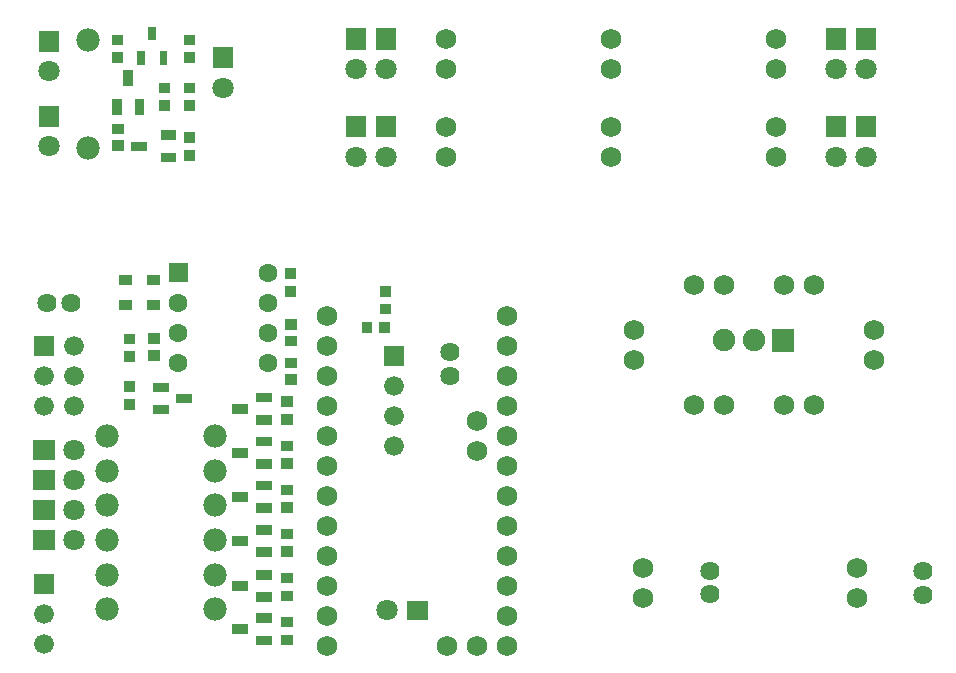
<source format=gts>
G04 Layer: TopSolderMaskLayer*
G04 EasyEDA v6.4.25, 2021-12-23T21:53:31+01:00*
G04 8dbf8c46b5b441d7b08fc360c6495019,7d3f4a13764643a7838717c5c1d40531,10*
G04 Gerber Generator version 0.2*
G04 Scale: 100 percent, Rotated: No, Reflected: No *
G04 Dimensions in inches *
G04 leading zeros omitted , absolute positions ,3 integer and 6 decimal *
%FSLAX36Y36*%
%MOIN*%

%ADD45C,0.0780*%
%ADD48C,0.0640*%
%ADD49C,0.0690*%
%ADD51C,0.0709*%
%ADD57C,0.0660*%
%ADD58R,0.0660X0.0660*%
%ADD60C,0.0680*%
%ADD62C,0.0631*%
%ADD64C,0.0749*%

%LPD*%
D45*
G01*
X320000Y256199D03*
G01*
X680000Y256199D03*
G01*
X320000Y371900D03*
G01*
X680000Y371900D03*
G01*
X320000Y487500D03*
G01*
X680000Y487500D03*
G01*
X320000Y603099D03*
G01*
X680000Y603099D03*
G01*
X320000Y718699D03*
G01*
X680000Y718699D03*
G01*
X320000Y834400D03*
G01*
X680000Y834400D03*
G36*
X899799Y136900D02*
G01*
X899799Y172600D01*
X937799Y172600D01*
X937799Y136900D01*
G37*
G36*
X899799Y196199D02*
G01*
X899799Y231900D01*
X937799Y231900D01*
X937799Y196199D01*
G37*
G36*
X899799Y283699D02*
G01*
X899799Y319400D01*
X937799Y319400D01*
X937799Y283699D01*
G37*
G36*
X899799Y343000D02*
G01*
X899799Y378699D01*
X937799Y378699D01*
X937799Y343000D01*
G37*
G36*
X899799Y430599D02*
G01*
X899799Y466300D01*
X937799Y466300D01*
X937799Y430599D01*
G37*
G36*
X899799Y489899D02*
G01*
X899799Y525599D01*
X937799Y525599D01*
X937799Y489899D01*
G37*
G36*
X899799Y577500D02*
G01*
X899799Y613200D01*
X937799Y613200D01*
X937799Y577500D01*
G37*
G36*
X899799Y636799D02*
G01*
X899799Y672500D01*
X937799Y672500D01*
X937799Y636799D01*
G37*
G36*
X899799Y724400D02*
G01*
X899799Y760100D01*
X937799Y760100D01*
X937799Y724400D01*
G37*
G36*
X899799Y783699D02*
G01*
X899799Y819400D01*
X937799Y819400D01*
X937799Y783699D01*
G37*
G36*
X899799Y871199D02*
G01*
X899799Y906900D01*
X937799Y906900D01*
X937799Y871199D01*
G37*
G36*
X899799Y930500D02*
G01*
X899799Y966199D01*
X937799Y966199D01*
X937799Y930500D01*
G37*
G36*
X471500Y980999D02*
G01*
X471500Y1012600D01*
X524699Y1012600D01*
X524699Y980999D01*
G37*
G36*
X471500Y906199D02*
G01*
X471500Y937800D01*
X524699Y937800D01*
X524699Y906199D01*
G37*
G36*
X550300Y943600D02*
G01*
X550300Y975199D01*
X603499Y975199D01*
X603499Y943600D01*
G37*
G36*
X815900Y137399D02*
G01*
X815900Y169000D01*
X869099Y169000D01*
X869099Y137399D01*
G37*
G36*
X815900Y212199D02*
G01*
X815900Y243800D01*
X869099Y243800D01*
X869099Y212199D01*
G37*
G36*
X737100Y174800D02*
G01*
X737100Y206399D01*
X790299Y206399D01*
X790299Y174800D01*
G37*
G36*
X815900Y281199D02*
G01*
X815900Y312800D01*
X869099Y312800D01*
X869099Y281199D01*
G37*
G36*
X815900Y355999D02*
G01*
X815900Y387600D01*
X869099Y387600D01*
X869099Y355999D01*
G37*
G36*
X737100Y318600D02*
G01*
X737100Y350199D01*
X790299Y350199D01*
X790299Y318600D01*
G37*
G36*
X815900Y431199D02*
G01*
X815900Y462800D01*
X869099Y462800D01*
X869099Y431199D01*
G37*
G36*
X815900Y505999D02*
G01*
X815900Y537600D01*
X869099Y537600D01*
X869099Y505999D01*
G37*
G36*
X737100Y468600D02*
G01*
X737100Y500199D01*
X790299Y500199D01*
X790299Y468600D01*
G37*
G36*
X815900Y578000D02*
G01*
X815900Y609600D01*
X869099Y609600D01*
X869099Y578000D01*
G37*
G36*
X815900Y652800D02*
G01*
X815900Y684400D01*
X869099Y684400D01*
X869099Y652800D01*
G37*
G36*
X737100Y615399D02*
G01*
X737100Y646999D01*
X790299Y646999D01*
X790299Y615399D01*
G37*
G36*
X815900Y724899D02*
G01*
X815900Y756500D01*
X869099Y756500D01*
X869099Y724899D01*
G37*
G36*
X815900Y799699D02*
G01*
X815900Y831300D01*
X869099Y831300D01*
X869099Y799699D01*
G37*
G36*
X737100Y762300D02*
G01*
X737100Y793899D01*
X790299Y793899D01*
X790299Y762300D01*
G37*
G36*
X815900Y871799D02*
G01*
X815900Y903400D01*
X869099Y903400D01*
X869099Y871799D01*
G37*
G36*
X815900Y946599D02*
G01*
X815900Y978200D01*
X869099Y978200D01*
X869099Y946599D01*
G37*
G36*
X737100Y909200D02*
G01*
X737100Y940799D01*
X790299Y940799D01*
X790299Y909200D01*
G37*
D48*
G01*
X120000Y1278099D03*
G01*
X198699Y1278099D03*
D49*
G01*
X2000000Y1865619D03*
G01*
X2000000Y1765619D03*
G01*
X2000000Y2158119D03*
G01*
X2000000Y2058119D03*
G01*
X2550000Y2158119D03*
G01*
X2550000Y2058119D03*
G01*
X1450000Y2158119D03*
G01*
X1450000Y2058119D03*
G01*
X2550000Y1865619D03*
G01*
X2550000Y1765619D03*
G01*
X1450000Y1865619D03*
G01*
X1450000Y1765619D03*
G36*
X73899Y754499D02*
G01*
X73899Y820500D01*
X144800Y820500D01*
X144800Y754499D01*
G37*
D51*
G01*
X209380Y787500D03*
G36*
X374699Y921199D02*
G01*
X374699Y956999D01*
X412800Y956999D01*
X412800Y921199D01*
G37*
G36*
X374699Y980500D02*
G01*
X374699Y1016300D01*
X412800Y1016300D01*
X412800Y980500D01*
G37*
D45*
G01*
X255050Y1795000D03*
G01*
X255050Y2155000D03*
G36*
X1227399Y1177899D02*
G01*
X1227399Y1215900D01*
X1263199Y1215900D01*
X1263199Y1177899D01*
G37*
G36*
X1168100Y1177899D02*
G01*
X1168100Y1215900D01*
X1203800Y1215900D01*
X1203800Y1177899D01*
G37*
G36*
X1227899Y1240000D02*
G01*
X1227899Y1275700D01*
X1265900Y1275700D01*
X1265900Y1240000D01*
G37*
G36*
X1227899Y1299299D02*
G01*
X1227899Y1335000D01*
X1265900Y1335000D01*
X1265900Y1299299D01*
G37*
G36*
X575999Y1917500D02*
G01*
X575999Y1953200D01*
X614000Y1953200D01*
X614000Y1917500D01*
G37*
G36*
X575999Y1976799D02*
G01*
X575999Y2012500D01*
X614000Y2012500D01*
X614000Y1976799D01*
G37*
G36*
X490999Y1976799D02*
G01*
X490999Y2012500D01*
X529000Y2012500D01*
X529000Y1976799D01*
G37*
G36*
X490999Y1917500D02*
G01*
X490999Y1953200D01*
X529000Y1953200D01*
X529000Y1917500D01*
G37*
G36*
X575999Y2077500D02*
G01*
X575999Y2113200D01*
X614000Y2113200D01*
X614000Y2077500D01*
G37*
G36*
X575999Y2136799D02*
G01*
X575999Y2172500D01*
X614000Y2172500D01*
X614000Y2136799D01*
G37*
G36*
X335999Y2136799D02*
G01*
X335999Y2172500D01*
X374000Y2172500D01*
X374000Y2136799D01*
G37*
G36*
X335999Y2077500D02*
G01*
X335999Y2113200D01*
X374000Y2113200D01*
X374000Y2077500D01*
G37*
G36*
X575999Y1811799D02*
G01*
X575999Y1847500D01*
X614000Y1847500D01*
X614000Y1811799D01*
G37*
G36*
X575999Y1752500D02*
G01*
X575999Y1788200D01*
X614000Y1788200D01*
X614000Y1752500D01*
G37*
G36*
X671999Y2059499D02*
G01*
X671999Y2130500D01*
X738000Y2130500D01*
X738000Y2059499D01*
G37*
D51*
G01*
X705000Y1995000D03*
G36*
X91999Y1864499D02*
G01*
X91999Y1935500D01*
X158000Y1935500D01*
X158000Y1864499D01*
G37*
G01*
X125000Y1800000D03*
G36*
X91999Y2114499D02*
G01*
X91999Y2185500D01*
X158000Y2185500D01*
X158000Y2114499D01*
G37*
G01*
X125000Y2050000D03*
G36*
X335300Y1784699D02*
G01*
X335300Y1820199D01*
X374699Y1820199D01*
X374699Y1784699D01*
G37*
G36*
X335300Y1839800D02*
G01*
X335300Y1875300D01*
X374699Y1875300D01*
X374699Y1839800D01*
G37*
G36*
X399200Y1784200D02*
G01*
X399200Y1815799D01*
X452399Y1815799D01*
X452399Y1784200D01*
G37*
G36*
X497600Y1821599D02*
G01*
X497600Y1853200D01*
X550799Y1853200D01*
X550799Y1821599D01*
G37*
G36*
X497600Y1746799D02*
G01*
X497600Y1778400D01*
X550799Y1778400D01*
X550799Y1746799D01*
G37*
G36*
X374200Y2002600D02*
G01*
X374200Y2055799D01*
X405799Y2055799D01*
X405799Y2002600D01*
G37*
G36*
X411599Y1904200D02*
G01*
X411599Y1957399D01*
X443200Y1957399D01*
X443200Y1904200D01*
G37*
G36*
X336799Y1904200D02*
G01*
X336799Y1957399D01*
X368400Y1957399D01*
X368400Y1904200D01*
G37*
G36*
X420100Y2071199D02*
G01*
X420100Y2116799D01*
X445100Y2116799D01*
X445100Y2071199D01*
G37*
G36*
X494899Y2071199D02*
G01*
X494899Y2116799D01*
X519899Y2116799D01*
X519899Y2071199D01*
G37*
G36*
X457500Y2153200D02*
G01*
X457500Y2198800D01*
X482500Y2198800D01*
X482500Y2153200D01*
G37*
G36*
X374699Y1139899D02*
G01*
X374699Y1175700D01*
X412800Y1175700D01*
X412800Y1139899D01*
G37*
G36*
X374699Y1080599D02*
G01*
X374699Y1116300D01*
X412800Y1116300D01*
X412800Y1080599D01*
G37*
G36*
X455300Y1141100D02*
G01*
X455300Y1176599D01*
X494699Y1176599D01*
X494699Y1141100D01*
G37*
G36*
X455300Y1085900D02*
G01*
X455300Y1121399D01*
X494699Y1121399D01*
X494699Y1085900D01*
G37*
G36*
X911499Y1187899D02*
G01*
X911499Y1223400D01*
X951000Y1223400D01*
X951000Y1187899D01*
G37*
G36*
X911499Y1132800D02*
G01*
X911499Y1168299D01*
X951000Y1168299D01*
X951000Y1132800D01*
G37*
D57*
G01*
X109380Y140619D03*
G01*
X109380Y240619D03*
G36*
X76399Y307600D02*
G01*
X76399Y373600D01*
X142399Y373600D01*
X142399Y307600D01*
G37*
G36*
X452600Y1255100D02*
G01*
X452600Y1288600D01*
X495999Y1288600D01*
X495999Y1255100D01*
G37*
G36*
X360300Y1255100D02*
G01*
X360300Y1288600D01*
X403600Y1288600D01*
X403600Y1255100D01*
G37*
G36*
X360300Y1336399D02*
G01*
X360300Y1369899D01*
X403600Y1369899D01*
X403600Y1336399D01*
G37*
G36*
X452600Y1336399D02*
G01*
X452600Y1369899D01*
X495999Y1369899D01*
X495999Y1336399D01*
G37*
G36*
X911499Y1059800D02*
G01*
X911499Y1095300D01*
X951000Y1095300D01*
X951000Y1059800D01*
G37*
G36*
X911499Y1004699D02*
G01*
X911499Y1040199D01*
X951000Y1040199D01*
X951000Y1004699D01*
G37*
G36*
X912200Y1299299D02*
G01*
X912200Y1335100D01*
X950299Y1335100D01*
X950299Y1299299D01*
G37*
G36*
X912200Y1358699D02*
G01*
X912200Y1394400D01*
X950299Y1394400D01*
X950299Y1358699D01*
G37*
D60*
G01*
X1053119Y1234380D03*
G01*
X1053119Y1134380D03*
G01*
X1053119Y1034380D03*
G01*
X1053119Y934380D03*
G01*
X1053119Y834380D03*
G01*
X1053119Y734380D03*
G01*
X1053119Y634380D03*
G01*
X1053119Y534380D03*
G01*
X1053119Y434380D03*
G01*
X1053119Y334380D03*
G01*
X1053119Y234380D03*
G01*
X1053119Y134380D03*
G01*
X1653119Y134380D03*
G01*
X1653119Y234380D03*
G01*
X1653119Y334380D03*
G01*
X1653119Y434380D03*
G01*
X1653119Y534380D03*
G01*
X1653119Y634380D03*
G01*
X1653119Y734380D03*
G01*
X1653119Y834380D03*
G01*
X1653119Y934380D03*
G01*
X1653119Y1034380D03*
G01*
X1653119Y1134380D03*
G01*
X1653119Y1234380D03*
G01*
X1553119Y884380D03*
G01*
X1553119Y784380D03*
G01*
X1553119Y134380D03*
G01*
X1453119Y134380D03*
D57*
G01*
X209380Y934369D03*
G01*
X109380Y934369D03*
G01*
X209380Y1034369D03*
G01*
X109380Y1034369D03*
G01*
X209380Y1134369D03*
G36*
X76399Y1101399D02*
G01*
X76399Y1167399D01*
X142399Y1167399D01*
X142399Y1101399D01*
G37*
D49*
G01*
X2106250Y393750D03*
G01*
X2106250Y293750D03*
G01*
X2818750Y393750D03*
G01*
X2818750Y293750D03*
G36*
X73899Y454499D02*
G01*
X73899Y520500D01*
X144800Y520500D01*
X144800Y454499D01*
G37*
D51*
G01*
X209380Y487500D03*
G36*
X73899Y554499D02*
G01*
X73899Y620500D01*
X144800Y620500D01*
X144800Y554499D01*
G37*
G01*
X209380Y587500D03*
G36*
X73899Y654499D02*
G01*
X73899Y720500D01*
X144800Y720500D01*
X144800Y654499D01*
G37*
G01*
X209380Y687500D03*
G36*
X524699Y1346599D02*
G01*
X524699Y1409699D01*
X587800Y1409699D01*
X587800Y1346599D01*
G37*
D62*
G01*
X556250Y1278119D03*
G01*
X556250Y1178119D03*
G01*
X556250Y1078119D03*
G01*
X856250Y1378119D03*
G01*
X856250Y1278119D03*
G01*
X856250Y1178119D03*
G01*
X856250Y1078119D03*
D49*
G01*
X2675000Y937500D03*
G01*
X2575000Y937500D03*
G01*
X2575000Y1337500D03*
G01*
X2675000Y1337500D03*
G01*
X2075000Y1187500D03*
G01*
X2075000Y1087500D03*
G01*
X2375000Y1337500D03*
G01*
X2275000Y1337500D03*
G01*
X2875000Y1187500D03*
G01*
X2875000Y1087500D03*
G01*
X2375000Y937500D03*
G01*
X2275000Y937500D03*
G36*
X2536000Y1115700D02*
G01*
X2536000Y1190599D01*
X2610900Y1190599D01*
X2610900Y1115700D01*
G37*
D64*
G01*
X2475010Y1153119D03*
G01*
X2376580Y1153119D03*
G36*
X1317700Y220100D02*
G01*
X1317700Y286100D01*
X1388599Y286100D01*
X1388599Y220100D01*
G37*
D51*
G01*
X1253119Y253130D03*
D48*
G01*
X1462500Y1035650D03*
G01*
X1462500Y1114349D03*
G01*
X3040630Y384349D03*
G01*
X3040630Y305650D03*
G01*
X2328130Y384969D03*
G01*
X2328130Y306269D03*
D58*
G01*
X1275000Y1100000D03*
D57*
G01*
X1275000Y1000000D03*
G01*
X1275000Y900000D03*
G01*
X1275000Y800000D03*
G36*
X2816999Y1830199D02*
G01*
X2816999Y1901100D01*
X2883000Y1901100D01*
X2883000Y1830199D01*
G37*
D51*
G01*
X2850000Y1765619D03*
G36*
X1216999Y1830199D02*
G01*
X1216999Y1901100D01*
X1283000Y1901100D01*
X1283000Y1830199D01*
G37*
G01*
X1250000Y1765619D03*
G36*
X2716999Y1830199D02*
G01*
X2716999Y1901100D01*
X2783000Y1901100D01*
X2783000Y1830199D01*
G37*
G01*
X2750000Y1765619D03*
G36*
X1116999Y1830199D02*
G01*
X1116999Y1901100D01*
X1183000Y1901100D01*
X1183000Y1830199D01*
G37*
G01*
X1150000Y1765619D03*
G36*
X2816999Y2122700D02*
G01*
X2816999Y2193600D01*
X2883000Y2193600D01*
X2883000Y2122700D01*
G37*
G01*
X2850000Y2058119D03*
G36*
X1216999Y2122700D02*
G01*
X1216999Y2193600D01*
X1283000Y2193600D01*
X1283000Y2122700D01*
G37*
G01*
X1250000Y2058119D03*
G36*
X2716999Y2122700D02*
G01*
X2716999Y2193600D01*
X2783000Y2193600D01*
X2783000Y2122700D01*
G37*
G01*
X2750000Y2058119D03*
G36*
X1116999Y2122700D02*
G01*
X1116999Y2193600D01*
X1183000Y2193600D01*
X1183000Y2122700D01*
G37*
G01*
X1150000Y2058119D03*
M02*

</source>
